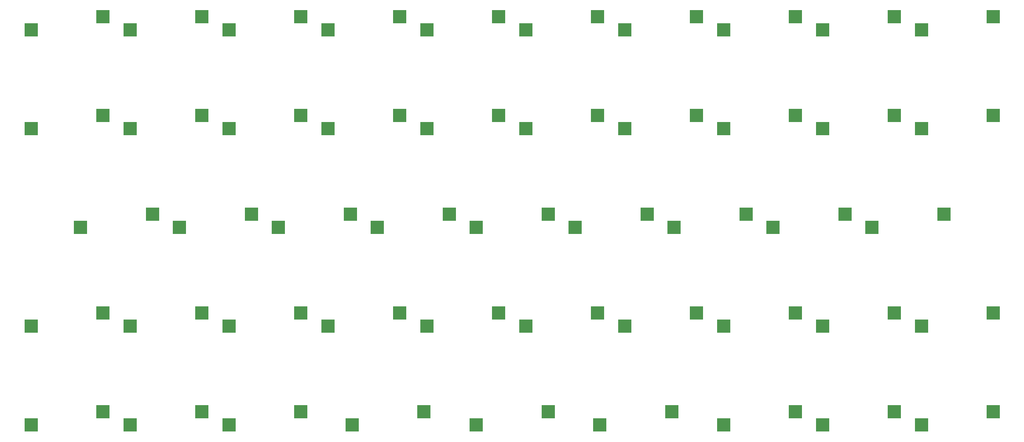
<source format=gbr>
%TF.GenerationSoftware,KiCad,Pcbnew,8.0.6*%
%TF.CreationDate,2024-11-17T06:17:46-07:00*%
%TF.ProjectId,framework,6672616d-6577-46f7-926b-2e6b69636164,1*%
%TF.SameCoordinates,Original*%
%TF.FileFunction,Paste,Bot*%
%TF.FilePolarity,Positive*%
%FSLAX46Y46*%
G04 Gerber Fmt 4.6, Leading zero omitted, Abs format (unit mm)*
G04 Created by KiCad (PCBNEW 8.0.6) date 2024-11-17 06:17:46*
%MOMM*%
%LPD*%
G01*
G04 APERTURE LIST*
%ADD10R,2.550000X2.500000*%
G04 APERTURE END LIST*
D10*
%TO.C,SW6*%
X223920375Y-243423625D03*
X210070375Y-245963625D03*
%TD*%
%TO.C,SW31*%
X147720375Y-300573625D03*
X133870375Y-303113625D03*
%TD*%
%TO.C,SW24*%
X262020375Y-224373625D03*
X248170375Y-226913625D03*
%TD*%
%TO.C,SW3*%
X109620375Y-224373625D03*
X95770375Y-226913625D03*
%TD*%
%TO.C,SW33*%
X166770375Y-224373625D03*
X152920375Y-226913625D03*
%TD*%
%TO.C,SW14*%
X242970375Y-224373625D03*
X229120375Y-226913625D03*
%TD*%
%TO.C,SW17*%
X138195375Y-262473625D03*
X124345375Y-265013625D03*
%TD*%
%TO.C,SW30*%
X262020375Y-281523625D03*
X248170375Y-284063625D03*
%TD*%
%TO.C,SW22*%
X262020375Y-300573625D03*
X248170375Y-303113625D03*
%TD*%
%TO.C,SW26*%
X262020375Y-243423625D03*
X248170375Y-245963625D03*
%TD*%
%TO.C,SW27*%
X157245375Y-262473625D03*
X143395375Y-265013625D03*
%TD*%
%TO.C,SW32*%
X281070375Y-300573625D03*
X267220375Y-303113625D03*
%TD*%
%TO.C,SW43*%
X185820375Y-224373625D03*
X171970375Y-226913625D03*
%TD*%
%TO.C,SW54*%
X204870375Y-243423625D03*
X191020375Y-245963625D03*
%TD*%
%TO.C,SW45*%
X185820375Y-243423625D03*
X171970375Y-245963625D03*
%TD*%
%TO.C,SW51*%
X195345375Y-300573625D03*
X181495375Y-303113625D03*
%TD*%
%TO.C,SW35*%
X166770375Y-243423625D03*
X152920375Y-245963625D03*
%TD*%
%TO.C,SW21*%
X128670375Y-300573625D03*
X114820375Y-303113625D03*
%TD*%
%TO.C,SW9*%
X109620375Y-281523625D03*
X95770375Y-284063625D03*
%TD*%
%TO.C,SW4*%
X223920375Y-224373625D03*
X210070375Y-226913625D03*
%TD*%
%TO.C,SW12*%
X242970375Y-300573625D03*
X229120375Y-303113625D03*
%TD*%
%TO.C,SW15*%
X128670375Y-243423625D03*
X114820375Y-245963625D03*
%TD*%
%TO.C,SW20*%
X242970375Y-281523625D03*
X229120375Y-284063625D03*
%TD*%
%TO.C,SW41*%
X171434125Y-300573625D03*
X157584125Y-303113625D03*
%TD*%
%TO.C,SW10*%
X223920375Y-281523625D03*
X210070375Y-284063625D03*
%TD*%
%TO.C,SW5*%
X109620375Y-243423625D03*
X95770375Y-245963625D03*
%TD*%
%TO.C,SW36*%
X281070375Y-243423625D03*
X267220375Y-245963625D03*
%TD*%
%TO.C,SW28*%
X271545375Y-262473625D03*
X257695375Y-265013625D03*
%TD*%
%TO.C,SW7*%
X119145375Y-262473625D03*
X105295375Y-265013625D03*
%TD*%
%TO.C,SW19*%
X128670375Y-281523625D03*
X114820375Y-284063625D03*
%TD*%
%TO.C,SW34*%
X281070375Y-224373625D03*
X267220375Y-226913625D03*
%TD*%
%TO.C,SW18*%
X252495375Y-262473625D03*
X238645375Y-265013625D03*
%TD*%
%TO.C,SW23*%
X147720375Y-224373625D03*
X133870375Y-226913625D03*
%TD*%
%TO.C,SW47*%
X195345375Y-262473625D03*
X181495375Y-265013625D03*
%TD*%
%TO.C,SW53*%
X204870375Y-224373625D03*
X191020375Y-226913625D03*
%TD*%
%TO.C,SW11*%
X109620375Y-300573625D03*
X95770375Y-303113625D03*
%TD*%
%TO.C,SW49*%
X185820375Y-281523625D03*
X171970375Y-284063625D03*
%TD*%
%TO.C,SW8*%
X233445375Y-262473625D03*
X219595375Y-265013625D03*
%TD*%
%TO.C,SW13*%
X128670375Y-224373625D03*
X114820375Y-226913625D03*
%TD*%
%TO.C,SW37*%
X176295375Y-262473625D03*
X162445375Y-265013625D03*
%TD*%
%TO.C,SW60*%
X219157875Y-300573625D03*
X205307875Y-303113625D03*
%TD*%
%TO.C,SW29*%
X147720375Y-281523625D03*
X133870375Y-284063625D03*
%TD*%
%TO.C,SW16*%
X242970375Y-243423625D03*
X229120375Y-245963625D03*
%TD*%
%TO.C,SW40*%
X281070375Y-281523625D03*
X267220375Y-284063625D03*
%TD*%
%TO.C,SW25*%
X147720375Y-243423625D03*
X133870375Y-245963625D03*
%TD*%
%TO.C,SW39*%
X166770375Y-281523625D03*
X152920375Y-284063625D03*
%TD*%
%TO.C,SW56*%
X214395375Y-262473625D03*
X200545375Y-265013625D03*
%TD*%
%TO.C,SW58*%
X204870375Y-281523625D03*
X191020375Y-284063625D03*
%TD*%
M02*

</source>
